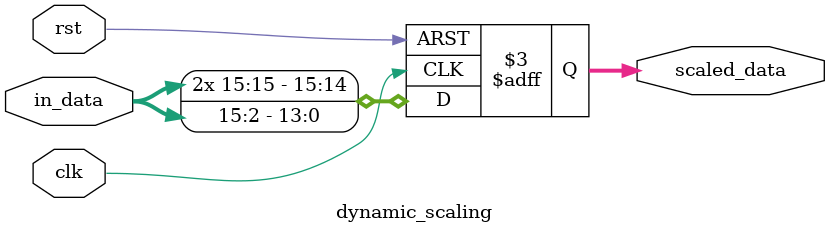
<source format=v>

module dynamic_scaling #(parameter bit_width = 16) (
    input clk,                      // Clock signal for synchronization
    input rst,                      // Asynchronous reset signal
    input signed [bit_width-1:0] in_data,  // Signed input data to be scaled
    output reg signed [bit_width-1:0] scaled_data  // Scaled output data
);

    // Always block triggered on the rising edge of the clock or when reset is active
    always @(posedge clk or posedge rst) begin
        if (rst)
            // If reset is active, initialize the scaled data to 0
            scaled_data <= 0;
        else
            // Otherwise, perform a right arithmetic shift on the input data
            // This effectively divides the input by 4, scaling it down
            scaled_data <= in_data >>> 2;
    end

endmodule

</source>
